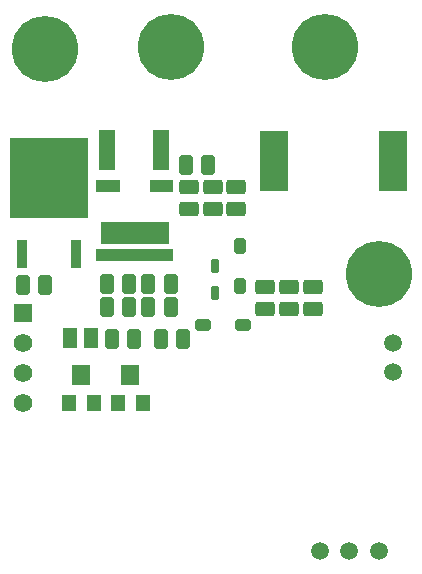
<source format=gts>
G04*
G04 #@! TF.GenerationSoftware,Altium Limited,Altium Designer,23.10.1 (27)*
G04*
G04 Layer_Color=8388736*
%FSLAX25Y25*%
%MOIN*%
G70*
G04*
G04 #@! TF.SameCoordinates,C0C592A9-96B4-4F53-9DEC-7EA94FB758FA*
G04*
G04*
G04 #@! TF.FilePolarity,Negative*
G04*
G01*
G75*
%ADD19R,0.03700X0.09800*%
%ADD20R,0.26200X0.26800*%
%ADD21R,0.09500X0.20500*%
%ADD22R,0.04700X0.05500*%
%ADD23R,0.06300X0.06700*%
%ADD28R,0.05700X0.13600*%
G04:AMPARAMS|DCode=29|XSize=47.37mil|YSize=63.91mil|CornerRadius=8.92mil|HoleSize=0mil|Usage=FLASHONLY|Rotation=0.000|XOffset=0mil|YOffset=0mil|HoleType=Round|Shape=RoundedRectangle|*
%AMROUNDEDRECTD29*
21,1,0.04737,0.04606,0,0,0.0*
21,1,0.02953,0.06391,0,0,0.0*
1,1,0.01784,0.01476,-0.02303*
1,1,0.01784,-0.01476,-0.02303*
1,1,0.01784,-0.01476,0.02303*
1,1,0.01784,0.01476,0.02303*
%
%ADD29ROUNDEDRECTD29*%
%ADD30R,0.02572X0.03950*%
%ADD31R,0.23162X0.07808*%
%ADD32R,0.05131X0.06509*%
G04:AMPARAMS|DCode=33|XSize=55.64mil|YSize=36.74mil|CornerRadius=6.59mil|HoleSize=0mil|Usage=FLASHONLY|Rotation=0.000|XOffset=0mil|YOffset=0mil|HoleType=Round|Shape=RoundedRectangle|*
%AMROUNDEDRECTD33*
21,1,0.05564,0.02357,0,0,0.0*
21,1,0.04247,0.03674,0,0,0.0*
1,1,0.01317,0.02123,-0.01178*
1,1,0.01317,-0.02123,-0.01178*
1,1,0.01317,-0.02123,0.01178*
1,1,0.01317,0.02123,0.01178*
%
%ADD33ROUNDEDRECTD33*%
G04:AMPARAMS|DCode=34|XSize=47.37mil|YSize=63.91mil|CornerRadius=8.92mil|HoleSize=0mil|Usage=FLASHONLY|Rotation=90.000|XOffset=0mil|YOffset=0mil|HoleType=Round|Shape=RoundedRectangle|*
%AMROUNDEDRECTD34*
21,1,0.04737,0.04606,0,0,90.0*
21,1,0.02953,0.06391,0,0,90.0*
1,1,0.01784,0.02303,0.01476*
1,1,0.01784,0.02303,-0.01476*
1,1,0.01784,-0.02303,-0.01476*
1,1,0.01784,-0.02303,0.01476*
%
%ADD34ROUNDEDRECTD34*%
G04:AMPARAMS|DCode=35|XSize=55.64mil|YSize=36.74mil|CornerRadius=6.59mil|HoleSize=0mil|Usage=FLASHONLY|Rotation=90.000|XOffset=0mil|YOffset=0mil|HoleType=Round|Shape=RoundedRectangle|*
%AMROUNDEDRECTD35*
21,1,0.05564,0.02357,0,0,90.0*
21,1,0.04247,0.03674,0,0,90.0*
1,1,0.01317,0.01178,0.02123*
1,1,0.01317,0.01178,-0.02123*
1,1,0.01317,-0.01178,-0.02123*
1,1,0.01317,-0.01178,0.02123*
%
%ADD35ROUNDEDRECTD35*%
G04:AMPARAMS|DCode=36|XSize=48.55mil|YSize=28.47mil|CornerRadius=6.56mil|HoleSize=0mil|Usage=FLASHONLY|Rotation=90.000|XOffset=0mil|YOffset=0mil|HoleType=Round|Shape=RoundedRectangle|*
%AMROUNDEDRECTD36*
21,1,0.04855,0.01535,0,0,90.0*
21,1,0.03543,0.02847,0,0,90.0*
1,1,0.01312,0.00768,0.01772*
1,1,0.01312,0.00768,-0.01772*
1,1,0.01312,-0.00768,-0.01772*
1,1,0.01312,-0.00768,0.01772*
%
%ADD36ROUNDEDRECTD36*%
%ADD37C,0.05900*%
%ADD38R,0.06194X0.06194*%
%ADD39C,0.06194*%
%ADD40C,0.22060*%
D19*
X152684Y336500D02*
D03*
X170716D02*
D03*
D20*
X161700Y361700D02*
D03*
D21*
X276250Y367300D02*
D03*
X236550D02*
D03*
D22*
X184566Y286720D02*
D03*
X192834D02*
D03*
X168266Y286760D02*
D03*
X176534D02*
D03*
D23*
X188700Y296000D02*
D03*
X172400Y296040D02*
D03*
D28*
X181050Y371200D02*
D03*
X198950D02*
D03*
D29*
X190081Y308100D02*
D03*
X182719D02*
D03*
X188381Y318700D02*
D03*
X181019D02*
D03*
X207338Y366000D02*
D03*
X214700D02*
D03*
X206200Y308200D02*
D03*
X198838D02*
D03*
X202098Y326601D02*
D03*
X194736D02*
D03*
X194738Y318699D02*
D03*
X202100D02*
D03*
X181038Y326600D02*
D03*
X188400D02*
D03*
X152838Y326100D02*
D03*
X160200D02*
D03*
D30*
X201716Y336183D02*
D03*
X199157D02*
D03*
X196598D02*
D03*
X194039D02*
D03*
X191480D02*
D03*
X188920D02*
D03*
X186361D02*
D03*
X183802D02*
D03*
X181243D02*
D03*
X178684D02*
D03*
Y359017D02*
D03*
X181243D02*
D03*
X183802D02*
D03*
X201716D02*
D03*
X199157D02*
D03*
X196598D02*
D03*
D31*
X190200Y343600D02*
D03*
D32*
X175743Y308300D02*
D03*
X168657D02*
D03*
D33*
X212886Y312700D02*
D03*
X226114D02*
D03*
D34*
X249600Y318019D02*
D03*
Y325381D02*
D03*
X241600Y318020D02*
D03*
Y325383D02*
D03*
X233700Y318019D02*
D03*
Y325381D02*
D03*
X224000Y351319D02*
D03*
Y358681D02*
D03*
X216100Y358662D02*
D03*
Y351300D02*
D03*
X208100D02*
D03*
Y358662D02*
D03*
D35*
X225300Y325886D02*
D03*
Y339114D02*
D03*
D36*
X217000Y323372D02*
D03*
Y332428D02*
D03*
D37*
X251900Y237300D02*
D03*
X261743D02*
D03*
X271586D02*
D03*
X276400Y297100D02*
D03*
Y306943D02*
D03*
D38*
X152900Y316900D02*
D03*
D39*
Y306900D02*
D03*
Y296900D02*
D03*
Y286900D02*
D03*
D40*
X253600Y405500D02*
D03*
X202200D02*
D03*
X160100Y404800D02*
D03*
X271500Y329800D02*
D03*
M02*

</source>
